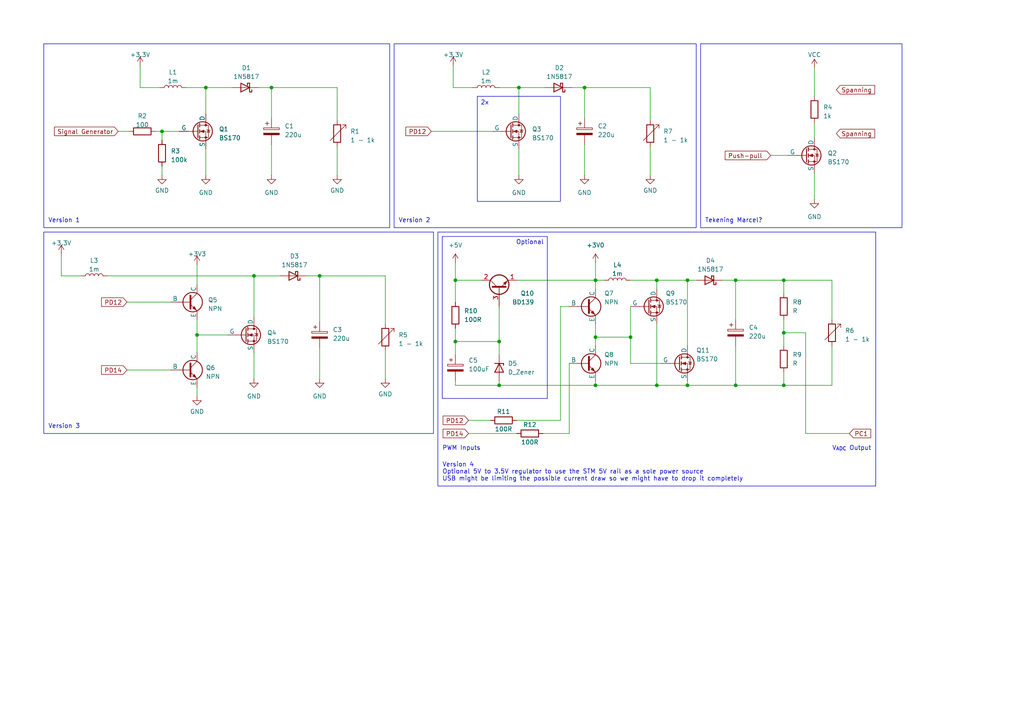
<source format=kicad_sch>
(kicad_sch (version 20230121) (generator eeschema)
  (paper "A4")
  (lib_symbols
    (symbol "Device:C_Polarized" (pin_numbers hide) (pin_names (offset 0.254))
      (property "Reference" "C" (at 0.635 2.54 0))
      (property "Value" "C_Polarized" (at 0.635 -2.54 0))
      (symbol "C_Polarized_0_1"
        (rectangle (start -2.286 0.508) (end 2.286 1.016))
        (polyline (pts (xy -1.778 2.286) (xy -0.762 2.286)))
        (polyline (pts (xy -1.27 2.794) (xy -1.27 1.778)))
        (rectangle (start 2.286 -0.508) (end -2.286 -1.016) (fill (type outline)))
      )
      (symbol "C_Polarized_1_1"
        (pin passive line (at 0 3.81 270) (length 2.794) (name "~") (number "1"))
        (pin passive line (at 0 -3.81 90) (length 2.794) (name "~") (number "2"))
      )
    )
    (symbol "Device:D_Schottky" (pin_numbers hide) (pin_names (offset 1.016) hide)
      (property "Reference" "D" (at 0 2.54 0))
      (property "Value" "D_Schottky" (at 0 -2.54 0))
      (symbol "D_Schottky_0_1"
        (polyline (pts (xy 1.27 0) (xy -1.27 0)))
        (polyline (pts (xy 1.27 1.27) (xy 1.27 -1.27) (xy -1.27 0) (xy 1.27 1.27)) (stroke (width 0.254)))
        (polyline (pts (xy -1.905 0.635) (xy -1.905 1.27) (xy -1.27 1.27) (xy -1.27 -1.27) (xy -0.635 -1.27) (xy -0.635 -0.635)) (stroke (width 0.254)))
      )
      (symbol "D_Schottky_1_1"
        (pin passive line (at -3.81 0 0) (length 2.54) (name "K") (number "1"))
        (pin passive line (at 3.81 0 180) (length 2.54) (name "A") (number "2"))
      )
    )
    (symbol "Device:D_Zener" (pin_numbers hide) (pin_names (offset 1.016) hide)
      (property "Reference" "D" (at 0 2.54 0))
      (property "Value" "D_Zener" (at 0 -2.54 0))
      (symbol "D_Zener_0_1"
        (polyline (pts (xy 1.27 0) (xy -1.27 0)))
        (polyline (pts (xy -1.27 -1.27) (xy -1.27 1.27) (xy -0.762 1.27)) (stroke (width 0.254)))
        (polyline (pts (xy 1.27 -1.27) (xy 1.27 1.27) (xy -1.27 0) (xy 1.27 -1.27)) (stroke (width 0.254)))
      )
      (symbol "D_Zener_1_1"
        (pin passive line (at -3.81 0 0) (length 2.54) (name "K") (number "1"))
        (pin passive line (at 3.81 0 180) (length 2.54) (name "A") (number "2"))
      )
    )
    (symbol "Device:L" (pin_numbers hide) (pin_names (offset 1.016) hide)
      (property "Reference" "L" (at -1.27 0 90))
      (property "Value" "L" (at 1.905 0 90))
      (symbol "L_0_1"
        (arc (start 0 -2.54) (mid 0.6323 -1.905) (end 0 -1.27))
        (arc (start 0 -1.27) (mid 0.6323 -0.635) (end 0 0))
        (arc (start 0 0) (mid 0.6323 0.635) (end 0 1.27))
        (arc (start 0 1.27) (mid 0.6323 1.905) (end 0 2.54))
      )
      (symbol "L_1_1"
        (pin passive line (at 0 3.81 270) (length 1.27) (name "1") (number "1"))
        (pin passive line (at 0 -3.81 90) (length 1.27) (name "2") (number "2"))
      )
    )
    (symbol "Device:R" (pin_numbers hide) (pin_names (offset 0))
      (property "Reference" "R" (at 2.032 0 90))
      (property "Value" "R" (at 0 0 90))
      (symbol "R_0_1"
        (rectangle (start -1.016 -2.54) (end 1.016 2.54) (stroke (width 0.254)))
      )
      (symbol "R_1_1"
        (pin passive line (at 0 3.81 270) (length 1.27) (name "~") (number "1"))
        (pin passive line (at 0 -3.81 90) (length 1.27) (name "~") (number "2"))
      )
    )
    (symbol "Device:R_Variable" (pin_numbers hide) (pin_names (offset 0))
      (property "Reference" "R" (at 2.54 -2.54 90))
      (property "Value" "R_Variable" (at -2.54 -1.27 90))
      (symbol "R_Variable_0_1"
        (rectangle (start -1.016 -2.54) (end 1.016 2.54) (stroke (width 0.254)))
        (polyline (pts (xy 2.54 1.524) (xy 2.54 2.54) (xy 1.524 2.54) (xy 2.54 2.54) (xy -2.032 -2.032)))
      )
      (symbol "R_Variable_1_1"
        (pin passive line (at 0 3.81 270) (length 1.27) (name "~") (number "1"))
        (pin passive line (at 0 -3.81 90) (length 1.27) (name "~") (number "2"))
      )
    )
    (symbol "Simulation_SPICE:NMOS" (pin_numbers hide) (pin_names (offset 0))
      (property "Reference" "Q" (at 5.08 1.27 0))
      (property "Value" "NMOS" (at 5.08 -1.27 0))
      (symbol "NMOS_0_1"
        (polyline (pts (xy 0.254 0) (xy -2.54 0)))
        (polyline (pts (xy 0.254 1.905) (xy 0.254 -1.905)) (stroke (width 0.254)))
        (polyline (pts (xy 0.762 -1.27) (xy 0.762 -2.286)) (stroke (width 0.254)))
        (polyline (pts (xy 0.762 0.508) (xy 0.762 -0.508)) (stroke (width 0.254)))
        (polyline (pts (xy 0.762 2.286) (xy 0.762 1.27)) (stroke (width 0.254)))
        (polyline (pts (xy 2.54 2.54) (xy 2.54 1.778)))
        (polyline (pts (xy 2.54 -2.54) (xy 2.54 0) (xy 0.762 0)))
        (polyline (pts (xy 0.762 -1.778) (xy 3.302 -1.778) (xy 3.302 1.778) (xy 0.762 1.778)))
        (polyline (pts (xy 1.016 0) (xy 2.032 0.381) (xy 2.032 -0.381) (xy 1.016 0)) (fill (type outline)))
        (polyline (pts (xy 2.794 0.508) (xy 2.921 0.381) (xy 3.683 0.381) (xy 3.81 0.254)))
        (polyline (pts (xy 3.302 0.381) (xy 2.921 -0.254) (xy 3.683 -0.254) (xy 3.302 0.381)))
        (circle (center 1.651 0) (radius 2.794) (stroke (width 0.254)))
        (circle (center 2.54 -1.778) (radius 0.254) (fill (type outline)))
        (circle (center 2.54 1.778) (radius 0.254) (fill (type outline)))
      )
      (symbol "NMOS_1_1"
        (pin passive line (at 2.54 5.08 270) (length 2.54) (name "D") (number "1"))
        (pin input line (at -5.08 0 0) (length 2.54) (name "G") (number "2"))
        (pin passive line (at 2.54 -5.08 90) (length 2.54) (name "S") (number "3"))
      )
    )
    (symbol "Simulation_SPICE:NPN" (pin_numbers hide) (pin_names (offset 0))
      (property "Reference" "Q" (at -2.54 7.62 0))
      (property "Value" "NPN" (at -2.54 5.08 0))
      (symbol "NPN_0_1"
        (polyline (pts (xy -2.54 0) (xy 0.635 0)) (stroke (width 0.1524)))
        (polyline (pts (xy 0.635 0.635) (xy 2.54 2.54)))
        (polyline (pts (xy 2.794 -1.27) (xy 2.794 -1.27)) (stroke (width 0.1524)))
        (polyline (pts (xy 2.794 -1.27) (xy 2.794 -1.27)) (stroke (width 0.1524)))
        (polyline (pts (xy 0.635 -0.635) (xy 2.54 -2.54) (xy 2.54 -2.54)))
        (polyline (pts (xy 0.635 1.905) (xy 0.635 -1.905) (xy 0.635 -1.905)) (stroke (width 0.508)))
        (polyline (pts (xy 1.27 -1.778) (xy 1.778 -1.27) (xy 2.286 -2.286) (xy 1.27 -1.778) (xy 1.27 -1.778)) (fill (type outline)))
        (circle (center 1.27 0) (radius 2.8194) (stroke (width 0.254)))
      )
      (symbol "NPN_1_1"
        (pin open_collector line (at 2.54 5.08 270) (length 2.54) (name "C") (number "1"))
        (pin input line (at -5.08 0 0) (length 2.54) (name "B") (number "2"))
        (pin open_emitter line (at 2.54 -5.08 90) (length 2.54) (name "E") (number "3"))
      )
    )
    (symbol "Transistor_BJT:BD139" (pin_names (offset 0) hide)
      (property "Reference" "Q" (at 5.08 1.905 0))
      (property "Value" "BD139" (at 5.08 0 0))
      (symbol "BD139_0_1"
        (polyline (pts (xy 0 0) (xy 0.635 0)))
        (polyline (pts (xy 2.54 -2.54) (xy 0.635 -0.635)))
        (polyline (pts (xy 2.54 2.54) (xy 0.635 0.635)))
        (polyline (pts (xy 0.635 1.905) (xy 0.635 -1.905) (xy 0.635 -1.905)) (stroke (width 0.508)) (fill (type outline)))
        (polyline (pts (xy 1.2446 -1.778) (xy 1.7526 -1.27) (xy 2.286 -2.286) (xy 1.2446 -1.778) (xy 1.2446 -1.778)) (fill (type outline)))
        (circle (center 1.27 0) (radius 2.8194) (stroke (width 0.3048)))
      )
      (symbol "BD139_1_1"
        (pin passive line (at 2.54 -5.08 90) (length 2.54) (name "E") (number "1"))
        (pin passive line (at 2.54 5.08 270) (length 2.54) (name "C") (number "2"))
        (pin input line (at -5.08 0 0) (length 5.08) (name "B") (number "3"))
      )
    )
    (symbol "power:+3.3V" (power) (pin_names (offset 0))
      (property "Value" "+3.3V" (at 0 3.556 0))
      (symbol "+3.3V_0_1"
        (polyline (pts (xy -0.762 1.27) (xy 0 2.54)))
        (polyline (pts (xy 0 0) (xy 0 2.54)))
        (polyline (pts (xy 0 2.54) (xy 0.762 1.27)))
      )
      (symbol "+3.3V_1_1"
        (pin power_in line (at 0 0 90) (length 0) hide (name "+3.3V") (number "1"))
      )
    )
    (symbol "power:+3V0" (power) (pin_names (offset 0))
      (property "Value" "+3V0" (at 0 3.556 0))
      (symbol "+3V0_0_1"
        (polyline (pts (xy -0.762 1.27) (xy 0 2.54)))
        (polyline (pts (xy 0 0) (xy 0 2.54)))
        (polyline (pts (xy 0 2.54) (xy 0.762 1.27)))
      )
      (symbol "+3V0_1_1"
        (pin power_in line (at 0 0 90) (length 0) hide (name "+3V0") (number "1"))
      )
    )
    (symbol "power:+3V3" (power) (pin_names (offset 0))
      (property "Value" "+3V3" (at 0 3.556 0))
      (symbol "+3V3_0_1"
        (polyline (pts (xy -0.762 1.27) (xy 0 2.54)))
        (polyline (pts (xy 0 0) (xy 0 2.54)))
        (polyline (pts (xy 0 2.54) (xy 0.762 1.27)))
      )
      (symbol "+3V3_1_1"
        (pin power_in line (at 0 0 90) (length 0) hide (name "+3V3") (number "1"))
      )
    )
    (symbol "power:+5V" (power) (pin_names (offset 0))
      (property "Value" "+5V" (at 0 3.556 0))
      (symbol "+5V_0_1"
        (polyline (pts (xy -0.762 1.27) (xy 0 2.54)))
        (polyline (pts (xy 0 0) (xy 0 2.54)))
        (polyline (pts (xy 0 2.54) (xy 0.762 1.27)))
      )
      (symbol "+5V_1_1"
        (pin power_in line (at 0 0 90) (length 0) hide (name "+5V") (number "1"))
      )
    )
    (symbol "power:GND" (power) (pin_names (offset 0))
      (property "Value" "GND" (at 0 -3.81 0))
      (symbol "GND_0_1"
        (polyline (pts (xy 0 0) (xy 0 -1.27) (xy 1.27 -1.27) (xy 0 -2.54) (xy -1.27 -1.27) (xy 0 -1.27)))
      )
      (symbol "GND_1_1"
        (pin power_in line (at 0 0 270) (length 0) hide (name "GND") (number "1"))
      )
    )
    (symbol "power:VCC" (power) (pin_names (offset 0))
      (property "Value" "VCC" (at 0 3.81 0))
      (symbol "VCC_0_1"
        (polyline (pts (xy -0.762 1.27) (xy 0 2.54)))
        (polyline (pts (xy 0 0) (xy 0 2.54)))
        (polyline (pts (xy 0 2.54) (xy 0.762 1.27)))
      )
      (symbol "VCC_1_1"
        (pin power_in line (at 0 0 90) (length 0) hide (name "VCC") (number "1"))
      )
    )
  )
  (junction (at 78.74 25.4))
  (junction (at 92.71 80.01))
  (junction (at 199.39 111.76))
  (junction (at 172.72 97.79))
  (junction (at 213.36 111.76))
  (junction (at 190.5 111.76))
  (junction (at 199.39 81.28))
  (junction (at 169.545 25.4))
  (junction (at 150.495 25.4))
  (junction (at 227.33 111.76))
  (junction (at 46.99 38.1))
  (junction (at 190.5 81.28))
  (junction (at 132.08 81.28))
  (junction (at 227.33 96.52))
  (junction (at 132.08 99.06))
  (junction (at 57.15 97.155))
  (junction (at 172.72 81.28))
  (junction (at 172.72 111.76))
  (junction (at 73.66 80.01))
  (junction (at 227.33 81.28))
  (junction (at 144.78 111.76))
  (junction (at 144.78 99.06))
  (junction (at 59.69 25.4))
  (junction (at 182.88 97.79))
  (junction (at 213.36 81.28))
  (wire (pts (xy 59.69 43.18) (xy 59.69 50.8)))
  (wire (pts (xy 165.1 125.73) (xy 165.1 105.41)))
  (wire (pts (xy 227.33 111.76) (xy 241.3 111.76)))
  (wire (pts (xy 227.33 96.52) (xy 227.33 100.33)))
  (wire (pts (xy 131.445 25.4) (xy 137.16 25.4)))
  (wire (pts (xy 57.15 76.835) (xy 57.15 82.55)))
  (wire (pts (xy 227.33 81.28) (xy 227.33 85.09)))
  (wire (pts (xy 144.78 25.4) (xy 150.495 25.4)))
  (wire (pts (xy 190.5 81.28) (xy 199.39 81.28)))
  (wire (pts (xy 73.66 102.235) (xy 73.66 109.855)))
  (wire (pts (xy 150.495 25.4) (xy 158.115 25.4)))
  (wire (pts (xy 78.74 34.29) (xy 78.74 25.4)))
  (wire (pts (xy 172.72 110.49) (xy 172.72 111.76)))
  (wire (pts (xy 125.095 38.1) (xy 142.875 38.1)))
  (wire (pts (xy 227.33 81.28) (xy 241.3 81.28)))
  (wire (pts (xy 213.36 92.71) (xy 213.36 81.28)))
  (wire (pts (xy 131.445 19.05) (xy 131.445 25.4)))
  (wire (pts (xy 92.71 80.01) (xy 88.9 80.01)))
  (wire (pts (xy 172.72 76.2) (xy 172.72 81.28)))
  (wire (pts (xy 182.88 88.9) (xy 182.88 97.79)))
  (wire (pts (xy 46.99 38.1) (xy 46.99 40.64)))
  (wire (pts (xy 182.88 97.79) (xy 172.72 97.79)))
  (wire (pts (xy 46.99 38.1) (xy 52.07 38.1)))
  (wire (pts (xy 132.08 99.06) (xy 144.78 99.06)))
  (wire (pts (xy 53.975 25.4) (xy 59.69 25.4)))
  (wire (pts (xy 199.39 81.28) (xy 201.93 81.28)))
  (wire (pts (xy 97.79 34.925) (xy 97.79 25.4)))
  (wire (pts (xy 92.71 93.345) (xy 92.71 80.01)))
  (wire (pts (xy 172.72 111.76) (xy 190.5 111.76)))
  (wire (pts (xy 111.76 80.01) (xy 92.71 80.01)))
  (wire (pts (xy 213.36 100.33) (xy 213.36 111.76)))
  (wire (pts (xy 132.08 110.49) (xy 132.08 111.76)))
  (wire (pts (xy 149.86 121.92) (xy 162.56 121.92)))
  (wire (pts (xy 190.5 111.76) (xy 199.39 111.76)))
  (wire (pts (xy 182.88 81.28) (xy 190.5 81.28)))
  (wire (pts (xy 236.22 19.685) (xy 236.22 27.94)))
  (wire (pts (xy 17.78 80.01) (xy 23.495 80.01)))
  (wire (pts (xy 213.36 111.76) (xy 227.33 111.76)))
  (wire (pts (xy 150.495 43.18) (xy 150.495 50.8)))
  (wire (pts (xy 227.33 107.95) (xy 227.33 111.76)))
  (wire (pts (xy 59.69 25.4) (xy 67.31 25.4)))
  (wire (pts (xy 34.29 38.1) (xy 37.465 38.1)))
  (wire (pts (xy 169.545 41.91) (xy 169.545 50.8)))
  (wire (pts (xy 57.15 92.71) (xy 57.15 97.155)))
  (wire (pts (xy 132.08 81.28) (xy 139.7 81.28)))
  (wire (pts (xy 209.55 81.28) (xy 213.36 81.28)))
  (wire (pts (xy 132.08 81.28) (xy 132.08 87.63)))
  (wire (pts (xy 233.68 125.73) (xy 233.68 96.52)))
  (wire (pts (xy 162.56 88.9) (xy 165.1 88.9)))
  (wire (pts (xy 73.66 80.01) (xy 81.28 80.01)))
  (wire (pts (xy 190.5 81.28) (xy 190.5 83.82)))
  (wire (pts (xy 59.69 25.4) (xy 59.69 33.02)))
  (wire (pts (xy 150.495 25.4) (xy 150.495 33.02)))
  (wire (pts (xy 57.15 97.155) (xy 66.04 97.155)))
  (wire (pts (xy 199.39 110.49) (xy 199.39 111.76)))
  (wire (pts (xy 132.08 95.25) (xy 132.08 99.06)))
  (wire (pts (xy 40.64 25.4) (xy 46.355 25.4)))
  (wire (pts (xy 213.36 81.28) (xy 227.33 81.28)))
  (wire (pts (xy 172.72 93.98) (xy 172.72 97.79)))
  (wire (pts (xy 246.38 125.73) (xy 233.68 125.73)))
  (wire (pts (xy 144.78 88.9) (xy 144.78 99.06)))
  (wire (pts (xy 57.15 97.155) (xy 57.15 102.235)))
  (wire (pts (xy 241.3 100.33) (xy 241.3 111.76)))
  (wire (pts (xy 144.78 110.49) (xy 144.78 111.76)))
  (wire (pts (xy 227.33 92.71) (xy 227.33 96.52)))
  (wire (pts (xy 135.89 121.92) (xy 142.24 121.92)))
  (wire (pts (xy 31.115 80.01) (xy 73.66 80.01)))
  (wire (pts (xy 132.08 111.76) (xy 144.78 111.76)))
  (wire (pts (xy 111.76 101.6) (xy 111.76 109.855)))
  (wire (pts (xy 199.39 111.76) (xy 213.36 111.76)))
  (wire (pts (xy 78.74 41.91) (xy 78.74 50.8)))
  (wire (pts (xy 169.545 34.29) (xy 169.545 25.4)))
  (wire (pts (xy 135.89 125.73) (xy 149.86 125.73)))
  (wire (pts (xy 36.83 107.315) (xy 49.53 107.315)))
  (wire (pts (xy 111.76 80.01) (xy 111.76 93.98)))
  (wire (pts (xy 190.5 93.98) (xy 190.5 111.76)))
  (wire (pts (xy 45.085 38.1) (xy 46.99 38.1)))
  (wire (pts (xy 188.595 25.4) (xy 169.545 25.4)))
  (wire (pts (xy 188.595 34.925) (xy 188.595 25.4)))
  (wire (pts (xy 191.77 105.41) (xy 182.88 105.41)))
  (wire (pts (xy 144.78 99.06) (xy 144.78 102.87)))
  (wire (pts (xy 233.68 96.52) (xy 227.33 96.52)))
  (wire (pts (xy 236.22 35.56) (xy 236.22 40.005)))
  (wire (pts (xy 97.79 25.4) (xy 78.74 25.4)))
  (wire (pts (xy 36.83 87.63) (xy 49.53 87.63)))
  (wire (pts (xy 169.545 25.4) (xy 165.735 25.4)))
  (wire (pts (xy 172.72 81.28) (xy 172.72 83.82)))
  (wire (pts (xy 78.74 25.4) (xy 74.93 25.4)))
  (wire (pts (xy 97.79 42.545) (xy 97.79 50.8)))
  (wire (pts (xy 40.64 19.05) (xy 40.64 25.4)))
  (wire (pts (xy 241.3 81.28) (xy 241.3 92.71)))
  (wire (pts (xy 172.72 81.28) (xy 175.26 81.28)))
  (wire (pts (xy 182.88 105.41) (xy 182.88 97.79)))
  (wire (pts (xy 144.78 111.76) (xy 172.72 111.76)))
  (wire (pts (xy 223.52 45.085) (xy 228.6 45.085)))
  (wire (pts (xy 132.08 76.2) (xy 132.08 81.28)))
  (wire (pts (xy 172.72 97.79) (xy 172.72 100.33)))
  (wire (pts (xy 236.22 50.165) (xy 236.22 57.785)))
  (wire (pts (xy 92.71 100.965) (xy 92.71 109.855)))
  (wire (pts (xy 132.08 99.06) (xy 132.08 102.87)))
  (wire (pts (xy 46.99 48.26) (xy 46.99 50.8)))
  (wire (pts (xy 149.86 81.28) (xy 172.72 81.28)))
  (wire (pts (xy 73.66 80.01) (xy 73.66 92.075)))
  (wire (pts (xy 17.78 73.66) (xy 17.78 80.01)))
  (wire (pts (xy 188.595 42.545) (xy 188.595 50.8)))
  (wire (pts (xy 199.39 81.28) (xy 199.39 100.33)))
  (wire (pts (xy 57.15 112.395) (xy 57.15 114.935)))
  (wire (pts (xy 162.56 121.92) (xy 162.56 88.9)))
  (wire (pts (xy 157.48 125.73) (xy 165.1 125.73)))
  (rectangle (start 127 67.31) (end 254 140.97))
  (rectangle (start 128.27 68.58) (end 158.75 115.57))
  (rectangle (start 12.7 67.31) (end 125.73 125.73))
  (rectangle (start 12.7 12.7) (end 113.03 66.04))
  (rectangle (start 114.3 12.7) (end 201.93 66.04))
  (rectangle (start 203.2 12.7) (end 261.62 66.04))
  (text_box "2x" (at 138.43 27.94 0) (size 24.13 30.48) (effects (font (size 1.27 1.27)) (justify left top)))
  (text "Version 4\nOptional 5V to 3.5V regulator to use the STM 5V rail as a sole power source\nUSB might be limiting the possible current draw so we might have to drop it completely" (at 128.27 139.7 0) (effects (font (size 1.27 1.27)) (justify left bottom)))
  (text "Version 2" (at 115.57 64.77 0) (effects (font (size 1.27 1.27)) (justify left bottom)))
  (text "V_{ADC} Output" (at 252.73 130.81 0) (effects (font (size 1.27 1.27)) (justify right bottom)))
  (text "Tekening Marcel?" (at 204.47 64.77 0) (effects (font (size 1.27 1.27)) (justify left bottom)))
  (text "Version 3" (at 13.97 124.46 0) (effects (font (size 1.27 1.27)) (justify left bottom)))
  (text "Optional " (at 158.75 71.12 0) (effects (font (size 1.27 1.27)) (justify right bottom)))
  (text "PWM Inputs" (at 128.27 130.81 0) (effects (font (size 1.27 1.27)) (justify left bottom)))
  (text "Version 1\n" (at 13.97 64.77 0) (effects (font (size 1.27 1.27)) (justify left bottom)))
  (global_label "Spanning" (shape input) (at 242.57 26.035 0) (property "Intersheetrefs" "${INTERSHEET_REFS}" (effects hide)))
  (global_label "Push-pull " (shape input) (at 223.52 45.085 180) (property "Intersheetrefs" "${INTERSHEET_REFS}" (effects hide)))
  (global_label "PD12" (shape input) (at 135.89 121.92 180) (property "Intersheetrefs" "${INTERSHEET_REFS}" (effects hide)))
  (global_label "PD14" (shape input) (at 36.83 107.315 180) (property "Intersheetrefs" "${INTERSHEET_REFS}" (effects hide)))
  (global_label "PC1" (shape input) (at 246.38 125.73 0) (property "Intersheetrefs" "${INTERSHEET_REFS}" (effects hide)))
  (global_label "PD12" (shape input) (at 36.83 87.63 180) (property "Intersheetrefs" "${INTERSHEET_REFS}" (effects hide)))
  (global_label "PD14" (shape input) (at 135.89 125.73 180) (property "Intersheetrefs" "${INTERSHEET_REFS}" (effects hide)))
  (global_label "Spanning" (shape input) (at 242.57 38.735 0) (property "Intersheetrefs" "${INTERSHEET_REFS}" (effects hide)))
  (global_label "Signal Generator" (shape input) (at 34.29 38.1 180) (property "Intersheetrefs" "${INTERSHEET_REFS}" (effects hide)))
  (global_label "PD12" (shape input) (at 125.095 38.1 180) (property "Intersheetrefs" "${INTERSHEET_REFS}" (effects hide)))
  (symbol (lib_id "Device:R") (at 41.275 38.1 90) (unit 1)
    (property "Reference" "R2" (at 41.275 33.655 90))
    (property "Value" "100" (at 41.275 36.195 90))
  )
  (symbol (lib_id "Simulation_SPICE:NPN") (at 170.18 105.41 0) (unit 1)
    (property "Reference" "Q8" (at 175.26 102.87 0) (effects (justify left)))
    (property "Value" "NPN" (at 175.26 105.41 0) (effects (justify left)))
    (property "Sim.Device" "NPN" (effects hide))
    (property "Sim.Type" "GUMMELPOON" (effects hide))
    (property "Sim.Pins" "1=C 2=B 3=E" (effects hide))
  )
  (symbol (lib_id "power:GND") (at 150.495 50.8 0) (unit 1)
    (property "Reference" "#PWR010" (effects hide))
    (property "Value" "GND" (at 150.495 55.88 0))
  )
  (symbol (lib_id "power:GND") (at 46.99 50.8 0) (unit 1)
    (property "Reference" "#PWR04" (effects hide))
    (property "Value" "GND" (at 46.99 55.245 0))
  )
  (symbol (lib_id "power:+3.3V") (at 131.445 19.05 0) (unit 1)
    (property "Reference" "#PWR08" (effects hide))
    (property "Value" "+3.3V" (at 131.445 15.875 0))
  )
  (symbol (lib_id "Device:D_Zener") (at 144.78 106.68 270) (unit 1)
    (property "Reference" "D5" (at 147.32 105.41 90) (effects (justify left)))
    (property "Value" "D_Zener" (at 147.32 107.95 90) (effects (justify left)))
  )
  (symbol (lib_id "Device:D_Schottky") (at 205.74 81.28 180) (unit 1)
    (property "Reference" "D4" (at 206.0575 75.565 0))
    (property "Value" "1N5817" (at 206.0575 78.105 0))
  )
  (symbol (lib_id "Device:R") (at 132.08 91.44 0) (unit 1)
    (property "Reference" "R10" (at 134.62 90.17 0) (effects (justify left)))
    (property "Value" "100R" (at 134.62 92.71 0) (effects (justify left)))
  )
  (symbol (lib_id "Simulation_SPICE:NMOS") (at 187.96 88.9 0) (unit 1)
    (property "Reference" "Q9" (at 193.04 85.09 0) (effects (justify left)))
    (property "Value" "BS170" (at 193.04 87.63 0) (effects (justify left)))
    (property "Datasheet" "https://ngspice.sourceforge.io/docs/ngspice-manual.pdf" (effects hide))
    (property "Sim.Device" "NMOS" (effects hide))
    (property "Sim.Type" "VDMOS" (effects hide))
    (property "Sim.Pins" "1=D 2=G 3=S" (effects hide))
  )
  (symbol (lib_id "power:GND") (at 97.79 50.8 0) (unit 1)
    (property "Reference" "#PWR05" (effects hide))
    (property "Value" "GND" (at 97.79 55.245 0))
  )
  (symbol (lib_id "Device:C_Polarized") (at 132.08 106.68 0) (unit 1)
    (property "Reference" "C5" (at 135.89 104.521 0) (effects (justify left)))
    (property "Value" "100uF" (at 135.89 107.061 0) (effects (justify left)))
  )
  (symbol (lib_id "Simulation_SPICE:NMOS") (at 233.68 45.085 0) (unit 1)
    (property "Reference" "Q2" (at 240.03 44.45 0) (effects (justify left)))
    (property "Value" "BS170" (at 240.03 46.99 0) (effects (justify left)))
    (property "Datasheet" "https://ngspice.sourceforge.io/docs/ngspice-manual.pdf" (effects hide))
    (property "Sim.Device" "NMOS" (effects hide))
    (property "Sim.Type" "VDMOS" (effects hide))
    (property "Sim.Pins" "1=D 2=G 3=S" (effects hide))
  )
  (symbol (lib_id "Simulation_SPICE:NPN") (at 170.18 88.9 0) (unit 1)
    (property "Reference" "Q7" (at 175.26 85.09 0) (effects (justify left)))
    (property "Value" "NPN" (at 175.26 87.63 0) (effects (justify left)))
    (property "Sim.Device" "NPN" (effects hide))
    (property "Sim.Type" "GUMMELPOON" (effects hide))
    (property "Sim.Pins" "1=C 2=B 3=E" (effects hide))
  )
  (symbol (lib_id "Device:D_Schottky") (at 161.925 25.4 180) (unit 1)
    (property "Reference" "D2" (at 162.2425 19.685 0))
    (property "Value" "1N5817" (at 162.2425 22.225 0))
  )
  (symbol (lib_id "Device:R_Variable") (at 111.76 97.79 0) (unit 1)
    (property "Reference" "R5" (at 115.57 97.155 0) (effects (justify left)))
    (property "Value" "1 - 1k" (at 115.57 99.695 0) (effects (justify left)))
  )
  (symbol (lib_id "Device:L") (at 50.165 25.4 90) (unit 1)
    (property "Reference" "L1" (at 50.165 20.955 90))
    (property "Value" "1m" (at 50.165 23.495 90))
  )
  (symbol (lib_id "Transistor_BJT:BD139") (at 144.78 83.82 90) (unit 1)
    (property "Reference" "Q10" (at 154.94 85.09 90) (effects (justify left)))
    (property "Value" "BD139" (at 154.94 87.63 90) (effects (justify left)))
    (property "Footprint" "Package_TO_SOT_THT:TO-126-3_Vertical" (effects hide))
    (property "Datasheet" "http://www.st.com/internet/com/TECHNICAL_RESOURCES/TECHNICAL_LITERATURE/DATASHEET/CD00001225.pdf" (effects hide))
  )
  (symbol (lib_id "power:+5V") (at 132.08 76.2 0) (unit 1)
    (property "Reference" "#PWR018" (effects hide))
    (property "Value" "+5V" (at 132.08 71.12 0))
  )
  (symbol (lib_id "Device:L") (at 140.97 25.4 90) (unit 1)
    (property "Reference" "L2" (at 140.97 20.955 90))
    (property "Value" "1m" (at 140.97 23.495 90))
  )
  (symbol (lib_id "power:+3V0") (at 172.72 76.2 0) (unit 1)
    (property "Reference" "#PWR019" (effects hide))
    (property "Value" "+3V0" (at 172.72 71.12 0))
  )
  (symbol (lib_id "Device:D_Schottky") (at 71.12 25.4 180) (unit 1)
    (property "Reference" "D1" (at 71.4375 19.685 0))
    (property "Value" "1N5817" (at 71.4375 22.225 0))
  )
  (symbol (lib_id "Simulation_SPICE:NMOS") (at 147.955 38.1 0) (unit 1)
    (property "Reference" "Q3" (at 154.305 37.465 0) (effects (justify left)))
    (property "Value" "BS170" (at 154.305 40.005 0) (effects (justify left)))
    (property "Datasheet" "https://ngspice.sourceforge.io/docs/ngspice-manual.pdf" (effects hide))
    (property "Sim.Device" "NMOS" (effects hide))
    (property "Sim.Type" "VDMOS" (effects hide))
    (property "Sim.Pins" "1=D 2=G 3=S" (effects hide))
  )
  (symbol (lib_id "Device:R") (at 146.05 121.92 90) (unit 1)
    (property "Reference" "R11" (at 146.05 119.38 90))
    (property "Value" "100R" (at 146.05 124.46 90))
  )
  (symbol (lib_id "Device:C_Polarized") (at 213.36 96.52 0) (unit 1)
    (property "Reference" "C4" (at 217.17 94.996 0) (effects (justify left)))
    (property "Value" "220u" (at 217.17 97.536 0) (effects (justify left)))
  )
  (symbol (lib_id "Device:D_Schottky") (at 85.09 80.01 180) (unit 1)
    (property "Reference" "D3" (at 85.4075 74.295 0))
    (property "Value" "1N5817" (at 85.4075 76.835 0))
  )
  (symbol (lib_id "Simulation_SPICE:NPN") (at 54.61 107.315 0) (unit 1)
    (property "Reference" "Q6" (at 59.69 106.68 0) (effects (justify left)))
    (property "Value" "NPN" (at 59.69 109.22 0) (effects (justify left)))
    (property "Sim.Device" "NPN" (effects hide))
    (property "Sim.Type" "GUMMELPOON" (effects hide))
    (property "Sim.Pins" "1=C 2=B 3=E" (effects hide))
  )
  (symbol (lib_id "power:GND") (at 169.545 50.8 0) (unit 1)
    (property "Reference" "#PWR011" (effects hide))
    (property "Value" "GND" (at 169.545 55.88 0))
  )
  (symbol (lib_id "power:GND") (at 92.71 109.855 0) (unit 1)
    (property "Reference" "#PWR014" (effects hide))
    (property "Value" "GND" (at 92.71 114.935 0))
  )
  (symbol (lib_id "Device:R") (at 227.33 104.14 0) (unit 1)
    (property "Reference" "R9" (at 229.87 102.87 0) (effects (justify left)))
    (property "Value" "R" (at 229.87 105.41 0) (effects (justify left)))
  )
  (symbol (lib_id "Simulation_SPICE:NMOS") (at 57.15 38.1 0) (unit 1)
    (property "Reference" "Q1" (at 63.5 37.465 0) (effects (justify left)))
    (property "Value" "BS170" (at 63.5 40.005 0) (effects (justify left)))
    (property "Datasheet" "https://ngspice.sourceforge.io/docs/ngspice-manual.pdf" (effects hide))
    (property "Sim.Device" "NMOS" (effects hide))
    (property "Sim.Type" "VDMOS" (effects hide))
    (property "Sim.Pins" "1=D 2=G 3=S" (effects hide))
  )
  (symbol (lib_id "power:+3.3V") (at 17.78 73.66 0) (unit 1)
    (property "Reference" "#PWR09" (effects hide))
    (property "Value" "+3.3V" (at 17.78 70.485 0))
  )
  (symbol (lib_id "power:+3.3V") (at 40.64 19.05 0) (unit 1)
    (property "Reference" "#PWR01" (effects hide))
    (property "Value" "+3.3V" (at 40.64 15.875 0))
  )
  (symbol (lib_id "Device:C_Polarized") (at 169.545 38.1 0) (unit 1)
    (property "Reference" "C2" (at 173.355 36.576 0) (effects (justify left)))
    (property "Value" "220u" (at 173.355 39.116 0) (effects (justify left)))
  )
  (symbol (lib_id "power:GND") (at 111.76 109.855 0) (unit 1)
    (property "Reference" "#PWR015" (effects hide))
    (property "Value" "GND" (at 111.76 114.3 0))
  )
  (symbol (lib_id "power:+3V3") (at 57.15 76.835 0) (unit 1)
    (property "Reference" "#PWR017" (effects hide))
    (property "Value" "+3V3" (at 57.15 73.66 0))
  )
  (symbol (lib_id "Device:C_Polarized") (at 78.74 38.1 0) (unit 1)
    (property "Reference" "C1" (at 82.55 36.576 0) (effects (justify left)))
    (property "Value" "220u" (at 82.55 39.116 0) (effects (justify left)))
  )
  (symbol (lib_id "Device:R") (at 227.33 88.9 0) (unit 1)
    (property "Reference" "R8" (at 229.87 87.63 0) (effects (justify left)))
    (property "Value" "R" (at 229.87 90.17 0) (effects (justify left)))
  )
  (symbol (lib_id "Device:R_Variable") (at 188.595 38.735 0) (unit 1)
    (property "Reference" "R7" (at 192.405 38.1 0) (effects (justify left)))
    (property "Value" "1 - 1k" (at 192.405 40.64 0) (effects (justify left)))
  )
  (symbol (lib_id "Device:R_Variable") (at 241.3 96.52 0) (unit 1)
    (property "Reference" "R6" (at 245.11 95.885 0) (effects (justify left)))
    (property "Value" "1 - 1k" (at 245.11 98.425 0) (effects (justify left)))
  )
  (symbol (lib_id "Device:R_Variable") (at 97.79 38.735 0) (unit 1)
    (property "Reference" "R1" (at 101.6 38.1 0) (effects (justify left)))
    (property "Value" "1 - 1k" (at 101.6 40.64 0) (effects (justify left)))
  )
  (symbol (lib_id "Device:R") (at 153.67 125.73 270) (unit 1)
    (property "Reference" "R12" (at 153.67 123.19 90))
    (property "Value" "100R" (at 153.67 128.27 90))
  )
  (symbol (lib_id "Simulation_SPICE:NMOS") (at 196.85 105.41 0) (unit 1)
    (property "Reference" "Q11" (at 201.93 101.6 0) (effects (justify left)))
    (property "Value" "BS170" (at 201.93 104.14 0) (effects (justify left)))
    (property "Datasheet" "https://ngspice.sourceforge.io/docs/ngspice-manual.pdf" (effects hide))
    (property "Sim.Device" "NMOS" (effects hide))
    (property "Sim.Type" "VDMOS" (effects hide))
    (property "Sim.Pins" "1=D 2=G 3=S" (effects hide))
  )
  (symbol (lib_id "power:GND") (at 236.22 57.785 0) (unit 1)
    (property "Reference" "#PWR06" (effects hide))
    (property "Value" "GND" (at 236.22 62.865 0))
  )
  (symbol (lib_id "power:GND") (at 188.595 50.8 0) (unit 1)
    (property "Reference" "#PWR012" (effects hide))
    (property "Value" "GND" (at 188.595 55.245 0))
  )
  (symbol (lib_id "Device:L") (at 27.305 80.01 90) (unit 1)
    (property "Reference" "L3" (at 27.305 75.565 90))
    (property "Value" "1m" (at 27.305 78.105 90))
  )
  (symbol (lib_id "power:GND") (at 57.15 114.935 0) (unit 1)
    (property "Reference" "#PWR016" (effects hide))
    (property "Value" "GND" (at 57.15 119.38 0))
  )
  (symbol (lib_id "Simulation_SPICE:NPN") (at 54.61 87.63 0) (unit 1)
    (property "Reference" "Q5" (at 60.325 86.995 0) (effects (justify left)))
    (property "Value" "NPN" (at 60.325 89.535 0) (effects (justify left)))
    (property "Sim.Device" "NPN" (effects hide))
    (property "Sim.Type" "GUMMELPOON" (effects hide))
    (property "Sim.Pins" "1=C 2=B 3=E" (effects hide))
  )
  (symbol (lib_id "power:GND") (at 78.74 50.8 0) (unit 1)
    (property "Reference" "#PWR03" (effects hide))
    (property "Value" "GND" (at 78.74 55.88 0))
  )
  (symbol (lib_id "Device:R") (at 236.22 31.75 0) (unit 1)
    (property "Reference" "R4" (at 238.76 31.115 0) (effects (justify left)))
    (property "Value" "1k" (at 238.76 33.655 0) (effects (justify left)))
  )
  (symbol (lib_id "Device:R") (at 46.99 44.45 180) (unit 1)
    (property "Reference" "R3" (at 49.53 43.815 0) (effects (justify right)))
    (property "Value" "100k" (at 49.53 46.355 0) (effects (justify right)))
  )
  (symbol (lib_id "power:GND") (at 73.66 109.855 0) (unit 1)
    (property "Reference" "#PWR013" (effects hide))
    (property "Value" "GND" (at 73.66 114.935 0))
  )
  (symbol (lib_id "power:GND") (at 59.69 50.8 0) (unit 1)
    (property "Reference" "#PWR02" (effects hide))
    (property "Value" "GND" (at 59.69 55.88 0))
  )
  (symbol (lib_id "Device:C_Polarized") (at 92.71 97.155 0) (unit 1)
    (property "Reference" "C3" (at 96.52 95.631 0) (effects (justify left)))
    (property "Value" "220u" (at 96.52 98.171 0) (effects (justify left)))
  )
  (symbol (lib_id "power:VCC") (at 236.22 19.685 0) (unit 1)
    (property "Reference" "#PWR07" (effects hide))
    (property "Value" "VCC" (at 236.22 15.875 0))
  )
  (symbol (lib_id "Simulation_SPICE:NMOS") (at 71.12 97.155 0) (unit 1)
    (property "Reference" "Q4" (at 77.47 96.52 0) (effects (justify left)))
    (property "Value" "BS170" (at 77.47 99.06 0) (effects (justify left)))
    (property "Datasheet" "https://ngspice.sourceforge.io/docs/ngspice-manual.pdf" (effects hide))
    (property "Sim.Device" "NMOS" (effects hide))
    (property "Sim.Type" "VDMOS" (effects hide))
    (property "Sim.Pins" "1=D 2=G 3=S" (effects hide))
  )
  (symbol (lib_id "Device:L") (at 179.07 81.28 90) (unit 1)
    (property "Reference" "L4" (at 179.07 76.835 90))
    (property "Value" "1m" (at 179.07 79.375 90))
  )
)
</source>
